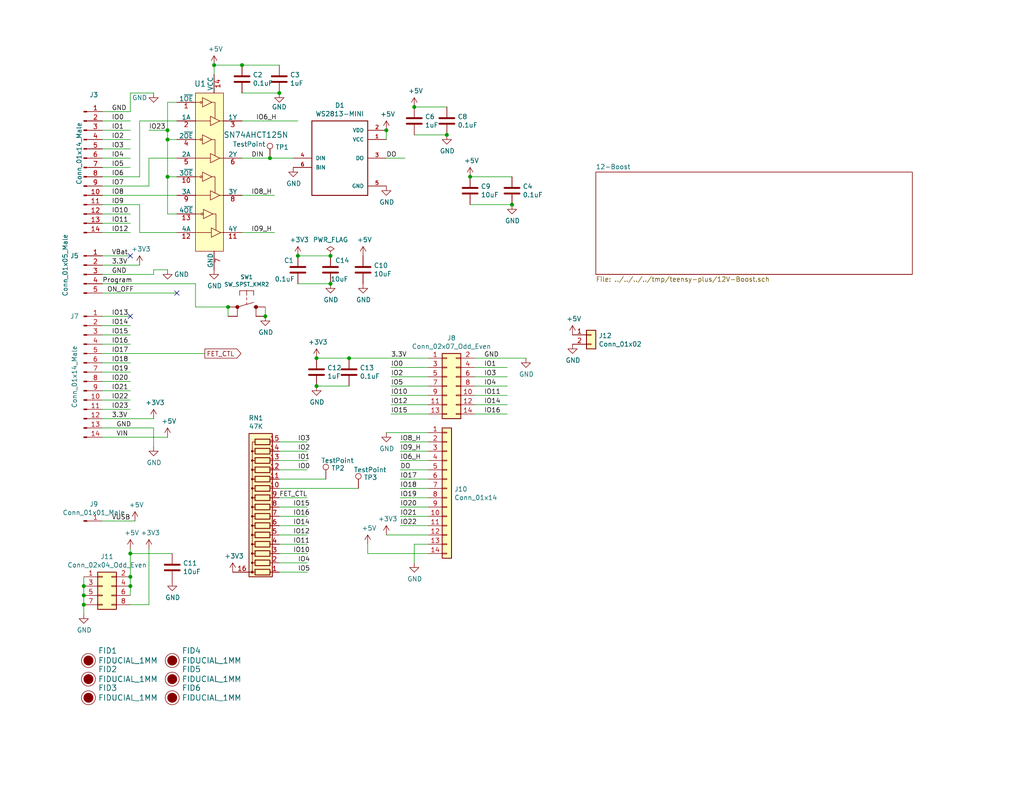
<source format=kicad_sch>
(kicad_sch (version 20230121) (generator eeschema)
  (paper "USLetter")
  (title_block (title "Neo Teensy") (date "2019-12-31") (rev "3.3") (comment 1 "Copyright (C) 2019 Aaron Williams") (comment 2 "aaron.w2@gmail.com"))
  (lib_symbols
    (symbol "Connector:TestPoint" (pin_numbers hide) (pin_names (offset 0.762) hide)
      (property "Reference" "TP" (at 0 6.858 0))
      (property "Value" "TestPoint" (at 0 5.08 0))
      (symbol "TestPoint_1_1"
        (pin passive line (at 0 0 90) (length 2.54) (name "1") (number "1"))
      )
    )
    (symbol "Connector_Generic:Conn_01x02" (pin_names (offset 1.016) hide)
      (property "Reference" "J" (at 0 2.54 0))
      (property "Value" "Conn_01x02" (at 0 -5.08 0))
      (symbol "Conn_01x02_1_1"
        (pin passive line (at -5.08 0 0) (length 3.81) (name "Pin_1") (number "1"))
        (pin passive line (at -5.08 -2.54 0) (length 3.81) (name "Pin_2") (number "2"))
      )
    )
    (symbol "Connector_Generic:Conn_01x14" (pin_names (offset 1.016) hide)
      (property "Reference" "J" (at 0 17.78 0))
      (property "Value" "Conn_01x14" (at 0 -20.32 0))
      (symbol "Conn_01x14_1_1"
        (pin passive line (at -5.08 15.24 0) (length 3.81) (name "Pin_1") (number "1"))
        (pin passive line (at -5.08 -7.62 0) (length 3.81) (name "Pin_10") (number "10"))
        (pin passive line (at -5.08 -10.16 0) (length 3.81) (name "Pin_11") (number "11"))
        (pin passive line (at -5.08 -12.7 0) (length 3.81) (name "Pin_12") (number "12"))
        (pin passive line (at -5.08 -15.24 0) (length 3.81) (name "Pin_13") (number "13"))
        (pin passive line (at -5.08 -17.78 0) (length 3.81) (name "Pin_14") (number "14"))
        (pin passive line (at -5.08 12.7 0) (length 3.81) (name "Pin_2") (number "2"))
        (pin passive line (at -5.08 10.16 0) (length 3.81) (name "Pin_3") (number "3"))
        (pin passive line (at -5.08 7.62 0) (length 3.81) (name "Pin_4") (number "4"))
        (pin passive line (at -5.08 5.08 0) (length 3.81) (name "Pin_5") (number "5"))
        (pin passive line (at -5.08 2.54 0) (length 3.81) (name "Pin_6") (number "6"))
        (pin passive line (at -5.08 0 0) (length 3.81) (name "Pin_7") (number "7"))
        (pin passive line (at -5.08 -2.54 0) (length 3.81) (name "Pin_8") (number "8"))
        (pin passive line (at -5.08 -5.08 0) (length 3.81) (name "Pin_9") (number "9"))
      )
    )
    (symbol "Connector_Generic:Conn_02x04_Odd_Even" (pin_names (offset 1.016) hide)
      (property "Reference" "J" (at 1.27 5.08 0))
      (property "Value" "Conn_02x04_Odd_Even" (at 1.27 -7.62 0))
      (symbol "Conn_02x04_Odd_Even_1_1"
        (pin passive line (at -5.08 2.54 0) (length 3.81) (name "Pin_1") (number "1"))
        (pin passive line (at 7.62 2.54 180) (length 3.81) (name "Pin_2") (number "2"))
        (pin passive line (at -5.08 0 0) (length 3.81) (name "Pin_3") (number "3"))
        (pin passive line (at 7.62 0 180) (length 3.81) (name "Pin_4") (number "4"))
        (pin passive line (at -5.08 -2.54 0) (length 3.81) (name "Pin_5") (number "5"))
        (pin passive line (at 7.62 -2.54 180) (length 3.81) (name "Pin_6") (number "6"))
        (pin passive line (at -5.08 -5.08 0) (length 3.81) (name "Pin_7") (number "7"))
        (pin passive line (at 7.62 -5.08 180) (length 3.81) (name "Pin_8") (number "8"))
      )
    )
    (symbol "Connector_Generic:Conn_02x07_Odd_Even" (pin_names (offset 1.016) hide)
      (property "Reference" "J" (at 1.27 10.16 0))
      (property "Value" "Conn_02x07_Odd_Even" (at 1.27 -10.16 0))
      (symbol "Conn_02x07_Odd_Even_1_1"
        (pin passive line (at -5.08 7.62 0) (length 3.81) (name "Pin_1") (number "1"))
        (pin passive line (at 7.62 -2.54 180) (length 3.81) (name "Pin_10") (number "10"))
        (pin passive line (at -5.08 -5.08 0) (length 3.81) (name "Pin_11") (number "11"))
        (pin passive line (at 7.62 -5.08 180) (length 3.81) (name "Pin_12") (number "12"))
        (pin passive line (at -5.08 -7.62 0) (length 3.81) (name "Pin_13") (number "13"))
        (pin passive line (at 7.62 -7.62 180) (length 3.81) (name "Pin_14") (number "14"))
        (pin passive line (at 7.62 7.62 180) (length 3.81) (name "Pin_2") (number "2"))
        (pin passive line (at -5.08 5.08 0) (length 3.81) (name "Pin_3") (number "3"))
        (pin passive line (at 7.62 5.08 180) (length 3.81) (name "Pin_4") (number "4"))
        (pin passive line (at -5.08 2.54 0) (length 3.81) (name "Pin_5") (number "5"))
        (pin passive line (at 7.62 2.54 180) (length 3.81) (name "Pin_6") (number "6"))
        (pin passive line (at -5.08 0 0) (length 3.81) (name "Pin_7") (number "7"))
        (pin passive line (at 7.62 0 180) (length 3.81) (name "Pin_8") (number "8"))
        (pin passive line (at -5.08 -2.54 0) (length 3.81) (name "Pin_9") (number "9"))
      )
    )
    (symbol "Device:C" (pin_numbers hide) (pin_names (offset 0.254))
      (property "Reference" "C" (at 0.635 2.54 0))
      (property "Value" "C" (at 0.635 -2.54 0))
      (symbol "C_1_1"
        (pin passive line (at 0 3.81 270) (length 2.794) (name "~") (number "1"))
        (pin passive line (at 0 -3.81 90) (length 2.794) (name "~") (number "2"))
      )
    )
    (symbol "neo-teensy-rescue:Conn_01x01_Male-Connector" (pin_names (offset 1.016) hide)
      (property "Reference" "J" (at 0 2.54 0))
      (property "Value" "Connector_Conn_01x01_Male" (at 0 -2.54 0))
      (symbol "Conn_01x01_Male-Connector_1_1"
        (pin passive line (at 5.08 0 180) (length 3.81) (name "Pin_1") (number "1"))
      )
    )
    (symbol "neo-teensy-rescue:Conn_01x05_Male-Connector" (pin_names (offset 1.016) hide)
      (property "Reference" "J" (at 0 7.62 0))
      (property "Value" "Connector_Conn_01x05_Male" (at 0 -7.62 0))
      (symbol "Conn_01x05_Male-Connector_1_1"
        (pin passive line (at 5.08 5.08 180) (length 3.81) (name "Pin_1") (number "1"))
        (pin passive line (at 5.08 2.54 180) (length 3.81) (name "Pin_2") (number "2"))
        (pin passive line (at 5.08 0 180) (length 3.81) (name "Pin_3") (number "3"))
        (pin passive line (at 5.08 -2.54 180) (length 3.81) (name "Pin_4") (number "4"))
        (pin passive line (at 5.08 -5.08 180) (length 3.81) (name "Pin_5") (number "5"))
      )
    )
    (symbol "neo-teensy-rescue:Conn_01x14_Male-Connector" (pin_names (offset 1.016) hide)
      (property "Reference" "J" (at 0 17.78 0))
      (property "Value" "Connector_Conn_01x14_Male" (at 0 -20.32 0))
      (symbol "Conn_01x14_Male-Connector_1_1"
        (pin passive line (at 5.08 15.24 180) (length 3.81) (name "Pin_1") (number "1"))
        (pin passive line (at 5.08 -7.62 180) (length 3.81) (name "Pin_10") (number "10"))
        (pin passive line (at 5.08 -10.16 180) (length 3.81) (name "Pin_11") (number "11"))
        (pin passive line (at 5.08 -12.7 180) (length 3.81) (name "Pin_12") (number "12"))
        (pin passive line (at 5.08 -15.24 180) (length 3.81) (name "Pin_13") (number "13"))
        (pin passive line (at 5.08 -17.78 180) (length 3.81) (name "Pin_14") (number "14"))
        (pin passive line (at 5.08 12.7 180) (length 3.81) (name "Pin_2") (number "2"))
        (pin passive line (at 5.08 10.16 180) (length 3.81) (name "Pin_3") (number "3"))
        (pin passive line (at 5.08 7.62 180) (length 3.81) (name "Pin_4") (number "4"))
        (pin passive line (at 5.08 5.08 180) (length 3.81) (name "Pin_5") (number "5"))
        (pin passive line (at 5.08 2.54 180) (length 3.81) (name "Pin_6") (number "6"))
        (pin passive line (at 5.08 0 180) (length 3.81) (name "Pin_7") (number "7"))
        (pin passive line (at 5.08 -2.54 180) (length 3.81) (name "Pin_8") (number "8"))
        (pin passive line (at 5.08 -5.08 180) (length 3.81) (name "Pin_9") (number "9"))
      )
    )
    (symbol "neo-teensy-rescue:FIDUCIAL_1MM-fiducial" (pin_names (offset 1.016))
      (property "Reference" "FID" (at 0 3.175 0))
      (property "Value" "fiducial_FIDUCIAL_1MM" (at 0 -3.175 0))
    )
    (symbol "neo-teensy-rescue:R_Network15-Aaron" (pin_names (offset 0) hide)
      (property "Reference" "RN" (at -17.78 0 90))
      (property "Value" "Aaron_R_Network15" (at 20.828 0 90))
      (symbol "R_Network15-Aaron_1_1"
        (pin passive line (at -17.78 -5.08 90) (length 2.54) (name "1") (number "1"))
        (pin passive line (at 5.08 -5.08 90) (length 2.54) (name "R9") (number "10"))
        (pin passive line (at 7.62 -5.08 90) (length 2.54) (name "R10") (number "11"))
        (pin passive line (at 10.16 -5.08 90) (length 2.54) (name "R11") (number "12"))
        (pin passive line (at 12.7 -5.08 90) (length 2.54) (name "R12") (number "13"))
        (pin passive line (at 15.24 -5.08 90) (length 2.54) (name "R13") (number "14"))
        (pin passive line (at 17.78 -5.08 90) (length 2.54) (name "15") (number "15"))
        (pin passive line (at -17.78 7.62 270) (length 5.08) (name "common") (number "16"))
        (pin passive line (at -15.24 -5.08 90) (length 2.54) (name "R1") (number "2"))
        (pin passive line (at -12.7 -5.08 90) (length 2.54) (name "R2") (number "3"))
        (pin passive line (at -10.16 -5.08 90) (length 2.54) (name "R3") (number "4"))
        (pin passive line (at -7.62 -5.08 90) (length 2.54) (name "R4") (number "5"))
        (pin passive line (at -5.08 -5.08 90) (length 2.54) (name "R5") (number "6"))
        (pin passive line (at -2.54 -5.08 90) (length 2.54) (name "R6") (number "7"))
        (pin passive line (at 0 -5.08 90) (length 2.54) (name "R7") (number "8"))
        (pin passive line (at 2.54 -5.08 90) (length 2.54) (name "R8") (number "9"))
      )
    )
    (symbol "neo-teensy-rescue:SN74AHCT125N-dk_Logic-Buffers-Drivers-Receivers-Transceivers" (pin_names (offset 0))
      (property "Reference" "U" (at -2.54 13.97 0))
      (property "Value" "dk_Logic-Buffers-Drivers-Receivers-Transceivers_SN74AHCT125N" (at 1.905 -31.75 0))
      (symbol "SN74AHCT125N-dk_Logic-Buffers-Drivers-Receivers-Transceivers_1_1"
        (pin input line (at -10.16 10.16 0) (length 5.08) (name "1~{OE}") (number "1"))
        (pin input line (at -10.16 -10.16 0) (length 5.08) (name "3~{OE}") (number "10"))
        (pin output line (at 7.62 -25.4 180) (length 5.08) (name "4Y") (number "11"))
        (pin input line (at -10.16 -25.4 0) (length 5.08) (name "4A") (number "12"))
        (pin input line (at -10.16 -20.32 0) (length 5.08) (name "4~{OE}") (number "13"))
        (pin power_in line (at 0 17.78 270) (length 5.08) (name "VCC") (number "14"))
        (pin input line (at -10.16 5.08 0) (length 5.08) (name "1A") (number "2"))
        (pin output line (at 7.62 5.08 180) (length 5.08) (name "1Y") (number "3"))
        (pin input line (at -10.16 0 0) (length 5.08) (name "2~{OE}") (number "4"))
        (pin input line (at -10.16 -5.08 0) (length 5.08) (name "2A") (number "5"))
        (pin output line (at 7.62 -5.08 180) (length 5.08) (name "2Y") (number "6"))
        (pin power_in line (at 0 -35.56 90) (length 5.08) (name "GND") (number "7"))
        (pin output line (at 7.62 -15.24 180) (length 5.08) (name "3Y") (number "8"))
        (pin input line (at -10.16 -15.24 0) (length 5.08) (name "3A") (number "9"))
      )
    )
    (symbol "neo-teensy-rescue:SW_SPST_KMR2-switch_tact_smt" (pin_names (offset 1.016))
      (property "Reference" "SW" (at -2.54 6.35 0))
      (property "Value" "switch_tact_smt_SW_SPST_KMR2" (at -5.08 -5.08 0))
      (symbol "SW_SPST_KMR2-switch_tact_smt_1_0"
        (pin passive line (at -5.08 0 0) (length 2.54) (name "P") (number "1"))
        (pin passive line (at -5.08 -2.54 0) (length 2.54) (name "P1") (number "1"))
        (pin passive line (at 5.08 0 180) (length 2.54) (name "S") (number "2"))
        (pin passive line (at 5.08 -2.54 180) (length 2.54) (name "S1") (number "2"))
      )
    )
    (symbol "neo-teensy-rescue:WS2813-MINI-WS2813-mini" (pin_names (offset 1.016))
      (property "Reference" "D" (at -7.62 10.795 0))
      (property "Value" "WS2813-mini_WS2813-MINI" (at -7.62 -12.7 0))
      (symbol "WS2813-MINI-WS2813-mini_0_0"
        (pin power_in line (at 12.7 5.08 180) (length 5.08) (name "VCC") (number "1"))
        (pin power_in line (at 12.7 7.62 180) (length 5.08) (name "VDD") (number "2"))
        (pin output line (at 12.7 0 180) (length 5.08) (name "DO") (number "3"))
        (pin input line (at -12.7 0 0) (length 5.08) (name "DIN") (number "4"))
        (pin power_in line (at 12.7 -7.62 180) (length 5.08) (name "GND") (number "5"))
        (pin input line (at -12.7 -2.54 0) (length 5.08) (name "BIN") (number "6"))
      )
    )
    (symbol "power:+3V3" (power) (pin_names (offset 0))
      (property "Value" "+3V3" (at 0 3.556 0))
      (symbol "+3V3_1_1"
        (pin power_in line (at 0 0 90) (length 0) hide (name "+3V3") (number "1"))
      )
    )
    (symbol "power:+5V" (power) (pin_names (offset 0))
      (property "Value" "+5V" (at 0 3.556 0))
      (symbol "+5V_1_1"
        (pin power_in line (at 0 0 90) (length 0) hide (name "+5V") (number "1"))
      )
    )
    (symbol "power:GND" (power) (pin_names (offset 0))
      (property "Value" "GND" (at 0 -3.81 0))
      (symbol "GND_1_1"
        (pin power_in line (at 0 0 270) (length 0) hide (name "GND") (number "1"))
      )
    )
    (symbol "power:PWR_FLAG" (power) (pin_numbers hide) (pin_names (offset 0) hide)
      (property "Value" "PWR_FLAG" (at 0 3.81 0))
      (symbol "PWR_FLAG_0_0"
        (pin power_out line (at 0 0 90) (length 0) (name "pwr") (number "1"))
      )
    )
  )
  (junction (at 22.86 160.02))
  (junction (at 72.39 86.36))
  (junction (at 66.04 17.78))
  (junction (at 76.2 25.4))
  (junction (at 45.72 38.1))
  (junction (at 86.36 97.79))
  (junction (at 95.25 97.79))
  (junction (at 90.17 77.47))
  (junction (at 35.56 151.13))
  (junction (at 121.92 36.83))
  (junction (at 86.36 105.41))
  (junction (at 73.66 43.18))
  (junction (at 58.42 17.78))
  (junction (at 35.56 160.02))
  (junction (at 45.72 48.26))
  (junction (at 35.56 157.48))
  (junction (at 128.27 48.26))
  (junction (at 113.03 29.21))
  (junction (at 45.72 35.56))
  (junction (at 22.86 165.1))
  (junction (at 139.7 55.88))
  (junction (at 105.41 35.56))
  (junction (at 90.17 69.85))
  (junction (at 22.86 162.56))
  (junction (at 81.28 69.85))
  (junction (at 62.23 83.82))
  (no_connect (at 35.56 69.85))
  (no_connect (at 48.26 80.01))
  (no_connect (at 35.56 86.36))
  (wire (pts (xy 27.94 86.36) (xy 35.56 86.36)))
  (wire (pts (xy 109.22 120.65) (xy 116.84 120.65)))
  (wire (pts (xy 76.2 151.13) (xy 83.82 151.13)))
  (wire (pts (xy 27.94 63.5) (xy 35.56 63.5)))
  (wire (pts (xy 27.94 48.26) (xy 38.1 48.26)))
  (wire (pts (xy 58.42 20.32) (xy 58.42 17.78)))
  (wire (pts (xy 27.94 69.85) (xy 35.56 69.85)))
  (wire (pts (xy 95.25 97.79) (xy 116.84 97.79)))
  (wire (pts (xy 143.51 97.79) (xy 129.54 97.79)))
  (wire (pts (xy 105.41 43.18) (xy 110.49 43.18)))
  (wire (pts (xy 35.56 149.86) (xy 35.56 151.13)))
  (wire (pts (xy 40.64 149.86) (xy 40.64 165.1)))
  (wire (pts (xy 116.84 105.41) (xy 106.68 105.41)))
  (wire (pts (xy 86.36 105.41) (xy 95.25 105.41)))
  (wire (pts (xy 76.2 140.97) (xy 83.82 140.97)))
  (wire (pts (xy 27.94 88.9) (xy 35.56 88.9)))
  (wire (pts (xy 109.22 128.27) (xy 116.84 128.27)))
  (wire (pts (xy 76.2 148.59) (xy 83.82 148.59)))
  (wire (pts (xy 116.84 135.89) (xy 109.22 135.89)))
  (wire (pts (xy 27.94 80.01) (xy 48.26 80.01)))
  (wire (pts (xy 35.56 162.56) (xy 35.56 160.02)))
  (wire (pts (xy 129.54 107.95) (xy 138.43 107.95)))
  (wire (pts (xy 116.84 100.33) (xy 106.68 100.33)))
  (wire (pts (xy 66.04 33.02) (xy 81.28 33.02)))
  (wire (pts (xy 81.28 69.85) (xy 90.17 69.85)))
  (wire (pts (xy 27.94 33.02) (xy 35.56 33.02)))
  (wire (pts (xy 116.84 110.49) (xy 106.68 110.49)))
  (wire (pts (xy 27.94 99.06) (xy 35.56 99.06)))
  (wire (pts (xy 73.66 43.18) (xy 80.01 43.18)))
  (wire (pts (xy 116.84 107.95) (xy 106.68 107.95)))
  (wire (pts (xy 27.94 55.88) (xy 38.1 55.88)))
  (wire (pts (xy 27.94 106.68) (xy 35.56 106.68)))
  (wire (pts (xy 41.91 25.4) (xy 35.56 25.4)))
  (wire (pts (xy 58.42 17.78) (xy 66.04 17.78)))
  (wire (pts (xy 45.72 35.56) (xy 45.72 38.1)))
  (wire (pts (xy 27.94 30.48) (xy 35.56 30.48)))
  (wire (pts (xy 48.26 27.94) (xy 45.72 27.94)))
  (wire (pts (xy 27.94 35.56) (xy 35.56 35.56)))
  (wire (pts (xy 76.2 143.51) (xy 83.82 143.51)))
  (wire (pts (xy 116.84 113.03) (xy 106.68 113.03)))
  (wire (pts (xy 27.94 58.42) (xy 35.56 58.42)))
  (wire (pts (xy 105.41 146.05) (xy 116.84 146.05)))
  (wire (pts (xy 76.2 25.4) (xy 66.04 25.4)))
  (wire (pts (xy 109.22 133.35) (xy 116.84 133.35)))
  (wire (pts (xy 109.22 138.43) (xy 116.84 138.43)))
  (wire (pts (xy 139.7 55.88) (xy 128.27 55.88)))
  (wire (pts (xy 35.56 25.4) (xy 35.56 30.48)))
  (wire (pts (xy 113.03 153.67) (xy 113.03 148.59)))
  (wire (pts (xy 35.56 151.13) (xy 35.56 157.48)))
  (wire (pts (xy 45.72 27.94) (xy 45.72 35.56)))
  (wire (pts (xy 27.94 38.1) (xy 35.56 38.1)))
  (wire (pts (xy 109.22 130.81) (xy 116.84 130.81)))
  (wire (pts (xy 116.84 143.51) (xy 109.22 143.51)))
  (wire (pts (xy 121.92 36.83) (xy 113.03 36.83)))
  (wire (pts (xy 27.94 142.24) (xy 36.83 142.24)))
  (wire (pts (xy 66.04 63.5) (xy 74.93 63.5)))
  (wire (pts (xy 116.84 140.97) (xy 109.22 140.97)))
  (wire (pts (xy 48.26 48.26) (xy 45.72 48.26)))
  (wire (pts (xy 27.94 77.47) (xy 53.34 77.47)))
  (wire (pts (xy 66.04 53.34) (xy 74.93 53.34)))
  (wire (pts (xy 48.26 33.02) (xy 38.1 33.02)))
  (wire (pts (xy 27.94 111.76) (xy 35.56 111.76)))
  (wire (pts (xy 27.94 53.34) (xy 48.26 53.34)))
  (wire (pts (xy 116.84 151.13) (xy 100.33 151.13)))
  (wire (pts (xy 76.2 138.43) (xy 83.82 138.43)))
  (wire (pts (xy 27.94 72.39) (xy 38.1 72.39)))
  (wire (pts (xy 40.64 165.1) (xy 35.56 165.1)))
  (wire (pts (xy 27.94 114.3) (xy 41.91 114.3)))
  (wire (pts (xy 27.94 96.52) (xy 55.88 96.52)))
  (wire (pts (xy 113.03 148.59) (xy 116.84 148.59)))
  (wire (pts (xy 27.94 101.6) (xy 35.56 101.6)))
  (wire (pts (xy 22.86 160.02) (xy 22.86 162.56)))
  (wire (pts (xy 48.26 38.1) (xy 45.72 38.1)))
  (wire (pts (xy 40.64 43.18) (xy 40.64 50.8)))
  (wire (pts (xy 58.42 22.86) (xy 58.42 25.4)))
  (wire (pts (xy 100.33 151.13) (xy 100.33 148.59)))
  (wire (pts (xy 76.2 146.05) (xy 83.82 146.05)))
  (wire (pts (xy 53.34 83.82) (xy 62.23 83.82)))
  (wire (pts (xy 38.1 55.88) (xy 38.1 63.5)))
  (wire (pts (xy 45.72 38.1) (xy 45.72 48.26)))
  (wire (pts (xy 40.64 43.18) (xy 48.26 43.18)))
  (wire (pts (xy 129.54 110.49) (xy 138.43 110.49)))
  (wire (pts (xy 38.1 33.02) (xy 38.1 48.26)))
  (wire (pts (xy 66.04 17.78) (xy 76.2 17.78)))
  (wire (pts (xy 27.94 119.38) (xy 45.72 119.38)))
  (wire (pts (xy 81.28 77.47) (xy 90.17 77.47)))
  (wire (pts (xy 22.86 165.1) (xy 22.86 167.64)))
  (wire (pts (xy 27.94 45.72) (xy 35.56 45.72)))
  (wire (pts (xy 48.26 58.42) (xy 45.72 58.42)))
  (wire (pts (xy 128.27 48.26) (xy 139.7 48.26)))
  (wire (pts (xy 129.54 105.41) (xy 138.43 105.41)))
  (wire (pts (xy 76.2 120.65) (xy 83.82 120.65)))
  (wire (pts (xy 27.94 91.44) (xy 35.56 91.44)))
  (wire (pts (xy 27.94 104.14) (xy 35.56 104.14)))
  (wire (pts (xy 76.2 153.67) (xy 83.82 153.67)))
  (wire (pts (xy 38.1 63.5) (xy 48.26 63.5)))
  (wire (pts (xy 109.22 125.73) (xy 116.84 125.73)))
  (wire (pts (xy 116.84 102.87) (xy 106.68 102.87)))
  (wire (pts (xy 27.94 116.84) (xy 41.91 116.84)))
  (wire (pts (xy 22.86 162.56) (xy 22.86 165.1)))
  (wire (pts (xy 45.72 48.26) (xy 45.72 58.42)))
  (wire (pts (xy 62.23 83.82) (xy 62.23 86.36)))
  (wire (pts (xy 76.2 156.21) (xy 83.82 156.21)))
  (wire (pts (xy 76.2 133.35) (xy 97.79 133.35)))
  (wire (pts (xy 76.2 128.27) (xy 83.82 128.27)))
  (wire (pts (xy 41.91 73.66) (xy 41.91 74.93)))
  (wire (pts (xy 129.54 100.33) (xy 138.43 100.33)))
  (wire (pts (xy 76.2 130.81) (xy 88.9 130.81)))
  (wire (pts (xy 27.94 43.18) (xy 35.56 43.18)))
  (wire (pts (xy 129.54 102.87) (xy 138.43 102.87)))
  (wire (pts (xy 105.41 118.11) (xy 116.84 118.11)))
  (wire (pts (xy 27.94 40.64) (xy 35.56 40.64)))
  (wire (pts (xy 53.34 77.47) (xy 53.34 83.82)))
  (wire (pts (xy 45.72 73.66) (xy 41.91 73.66)))
  (wire (pts (xy 27.94 60.96) (xy 35.56 60.96)))
  (wire (pts (xy 45.72 35.56) (xy 40.64 35.56)))
  (wire (pts (xy 46.99 151.13) (xy 35.56 151.13)))
  (wire (pts (xy 76.2 135.89) (xy 83.82 135.89)))
  (wire (pts (xy 35.56 160.02) (xy 35.56 157.48)))
  (wire (pts (xy 109.22 123.19) (xy 116.84 123.19)))
  (wire (pts (xy 22.86 157.48) (xy 22.86 160.02)))
  (wire (pts (xy 76.2 123.19) (xy 83.82 123.19)))
  (wire (pts (xy 129.54 113.03) (xy 138.43 113.03)))
  (wire (pts (xy 113.03 29.21) (xy 121.92 29.21)))
  (wire (pts (xy 105.41 38.1) (xy 105.41 35.56)))
  (wire (pts (xy 86.36 97.79) (xy 95.25 97.79)))
  (wire (pts (xy 27.94 93.98) (xy 35.56 93.98)))
  (wire (pts (xy 66.04 43.18) (xy 73.66 43.18)))
  (wire (pts (xy 27.94 50.8) (xy 40.64 50.8)))
  (wire (pts (xy 76.2 125.73) (xy 83.82 125.73)))
  (wire (pts (xy 72.39 86.36) (xy 72.39 83.82)))
  (wire (pts (xy 41.91 121.92) (xy 41.91 116.84)))
  (wire (pts (xy 27.94 109.22) (xy 35.56 109.22)))
  (wire (pts (xy 27.94 74.93) (xy 41.91 74.93)))
  (label "IO22" (at 109.22 143.51 0))
  (label "IO21" (at 30.48 106.68 0))
  (label "IO13" (at 30.48 86.36 0))
  (label "IO1" (at 81.28 125.73 0))
  (label "IO23" (at 30.48 111.76 0))
  (label "IO0" (at 30.48 33.02 0))
  (label "IO5" (at 106.68 105.41 0))
  (label "IO16" (at 30.48 93.98 0))
  (label "IO20" (at 109.22 138.43 0))
  (label "IO6" (at 30.48 48.26 0))
  (label "IO1" (at 132.08 100.33 0))
  (label "VIN" (at 31.75 119.38 0))
  (label "IO21" (at 109.22 140.97 0))
  (label "IO11" (at 30.48 60.96 0))
  (label "IO14" (at 132.08 110.49 0))
  (label "VBat" (at 30.48 69.85 0))
  (label "IO19" (at 109.22 135.89 0))
  (label "IO4" (at 81.28 153.67 0))
  (label "IO14" (at 80.01 143.51 0))
  (label "IO0" (at 106.68 100.33 0))
  (label "IO18" (at 109.22 133.35 0))
  (label "IO9_H" (at 109.22 123.19 0))
  (label "3.3V" (at 106.68 97.79 0))
  (label "IO4" (at 132.08 105.41 0))
  (label "IO23" (at 40.64 35.56 0))
  (label "IO8_H" (at 68.58 53.34 0))
  (label "IO12" (at 106.68 110.49 0))
  (label "IO16" (at 80.01 140.97 0))
  (label "GND" (at 132.08 97.79 0))
  (label "IO15" (at 30.48 91.44 0))
  (label "IO6_H" (at 109.22 125.73 0))
  (label "IO3" (at 132.08 102.87 0))
  (label "IO5" (at 81.28 156.21 0))
  (label "IO3" (at 81.28 120.65 0))
  (label "FET_CTL" (at 76.2 135.89 0))
  (label "IO1" (at 30.48 35.56 0))
  (label "IO17" (at 30.48 96.52 0))
  (label "IO2" (at 81.28 123.19 0))
  (label "3.3V" (at 30.48 114.3 0))
  (label "IO20" (at 30.48 104.14 0))
  (label "IO2" (at 106.68 102.87 0))
  (label "IO7" (at 30.48 50.8 0))
  (label "IO2" (at 30.48 38.1 0))
  (label "GND" (at 31.75 116.84 0))
  (label "IO4" (at 30.48 43.18 0))
  (label "IO0" (at 81.28 128.27 0))
  (label "IO6_H" (at 69.85 33.02 0))
  (label "IO16" (at 132.08 113.03 0))
  (label "IO10" (at 30.48 58.42 0))
  (label "IO19" (at 30.48 101.6 0))
  (label "IO12" (at 30.48 63.5 0))
  (label "GND" (at 30.48 74.93 0))
  (label "IO17" (at 109.22 130.81 0))
  (label "IO15" (at 106.68 113.03 0))
  (label "DO" (at 109.22 128.27 0))
  (label "IO22" (at 30.48 109.22 0))
  (label "GND" (at 30.48 30.48 0))
  (label "IO9_H" (at 68.58 63.5 0))
  (label "Program" (at 27.94 77.47 0))
  (label "IO12" (at 80.01 146.05 0))
  (label "IO11" (at 132.08 107.95 0))
  (label "IO14" (at 30.48 88.9 0))
  (label "3.3V" (at 30.48 72.39 0))
  (label "DO" (at 105.41 43.18 0))
  (label "IO11" (at 80.01 148.59 0))
  (label "IO5" (at 30.48 45.72 0))
  (label "DIN" (at 68.58 43.18 0))
  (label "IO18" (at 30.48 99.06 0))
  (label "IO15" (at 80.01 138.43 0))
  (label "IO3" (at 30.48 40.64 0))
  (label "ON_OFF" (at 29.21 80.01 0))
  (label "IO10" (at 106.68 107.95 0))
  (label "IO10" (at 80.01 151.13 0))
  (label "VUSB" (at 30.48 142.24 0))
  (label "IO8" (at 30.48 53.34 0))
  (label "IO8_H" (at 109.22 120.65 0))
  (label "IO9" (at 30.48 55.88 0))
  (global_label "FET_CTL" (shape output) (at 55.88 96.52 0) (property "Intersheetrefs" "${INTERSHEET_REFS}" (effects hide)))
  (symbol (lib_id "neo-teensy-rescue:FIDUCIAL_1MM-fiducial") (at 24.13 180.34 0) (unit 1)
    (property "Reference" "FID1" (at 26.7462 177.6476 0) (effects (font (size 1.524 1.524)) (justify left)))
    (property "Value" "FIDUCIAL_1MM" (at 26.7462 180.34 0) (effects (font (size 1.524 1.524)) (justify left)))
    (property "Footprint" "Fiducial:Fiducial_0.5mm_Mask1mm" (effects hide))
    (property "MFR" "-" (effects hide))
    (property "MPN" "-" (effects hide))
    (property "SPR" "-" (effects hide))
    (property "SPN" "-" (effects hide))
    (property "SPURL" "-" (effects hide))
    (property "DESC" "-" (effects hide))
  )
  (symbol (lib_id "neo-teensy-rescue:FIDUCIAL_1MM-fiducial") (at 24.13 185.42 0) (unit 1)
    (property "Reference" "FID2" (at 26.7462 182.7276 0) (effects (font (size 1.524 1.524)) (justify left)))
    (property "Value" "FIDUCIAL_1MM" (at 26.7462 185.42 0) (effects (font (size 1.524 1.524)) (justify left)))
    (property "Footprint" "Fiducial:Fiducial_0.5mm_Mask1mm" (effects hide))
    (property "MFR" "-" (effects hide))
    (property "MPN" "-" (effects hide))
    (property "SPR" "-" (effects hide))
    (property "SPN" "-" (effects hide))
    (property "SPURL" "-" (effects hide))
    (property "DESC" "-" (effects hide))
  )
  (symbol (lib_id "neo-teensy-rescue:SN74AHCT125N-dk_Logic-Buffers-Drivers-Receivers-Transceivers") (at 58.42 38.1 0) (unit 1)
    (property "Reference" "U1" (at 54.61 22.86 0) (effects (font (size 1.524 1.524))))
    (property "Value" "SN74AHCT125N" (at 69.85 36.83 0) (effects (font (size 1.524 1.524))))
    (property "Footprint" "Package_DFN_QFN:Texas_S-PVQFN-N14" (effects hide))
    (property "Datasheet" "http://www.ti.com/general/docs/suppproductinfo.tsp?distId=10&gotoUrl=http%3A%2F%2Fwww.ti.com%2Flit%2Fgpn%2Fsn74ahct125" (effects hide))
    (property "Digi-Key_PN" "296-4655-5-ND" (effects hide))
    (property "MPN" "SN74AHCT125RGYR" (effects hide))
    (property "Category" "Integrated Circuits (ICs)" (effects hide))
    (property "Family" "Logic - Buffers, Drivers, Receivers, Transceivers" (effects hide))
    (property "DK_Datasheet_Link" "http://www.ti.com/general/docs/suppproductinfo.tsp?distId=10&gotoUrl=http%3A%2F%2Fwww.ti.com%2Flit%2Fgpn%2Fsn74ahct125" (effects hide))
    (property "DK_Detail_Page" "/product-detail/en/texas-instruments/SN74AHCT125N/296-4655-5-ND/375798" (effects hide))
    (property "Description" "IC BUF NON-INVERT 5.5V 14DIP" (effects hide))
    (property "Manufacturer" "Texas Instruments" (effects hide))
    (property "Status" "Active" (effects hide))
    (property "MFR" "Texas Instruments" (effects hide))
    (property "SPR" "Digikey" (effects hide))
    (property "SPN" "296-13910-1-ND" (effects hide))
    (property "SPURL" "https://www.digikey.com/products/en?keywords=296-13910-1-ND" (effects hide))
    (property "DESC" "IC BUF NON-INVERT 5.5V 14VQFN" (effects hide))
  )
  (symbol (lib_id "power:+3V3") (at 81.28 69.85 0) (unit 1)
    (property "Reference" "#PWR0113" (effects hide))
    (property "Value" "+3V3" (at 81.661 65.4558 0))
  )
  (symbol (lib_id "power:+5V") (at 99.06 69.85 0) (unit 1)
    (property "Reference" "#PWR0114" (effects hide))
    (property "Value" "+5V" (at 99.441 65.4558 0))
  )
  (symbol (lib_id "power:PWR_FLAG") (at 90.17 69.85 0) (unit 1)
    (property "Reference" "#FLG0101" (effects hide))
    (property "Value" "PWR_FLAG" (at 90.17 65.4558 0))
  )
  (symbol (lib_id "power:GND") (at 58.42 73.66 0) (unit 1)
    (property "Reference" "#PWR0115" (effects hide))
    (property "Value" "GND" (at 58.547 78.0542 0))
  )
  (symbol (lib_id "Device:C") (at 113.03 33.02 0) (unit 1)
    (property "Reference" "C6" (at 115.951 31.8516 0) (effects (justify left)))
    (property "Value" "1uF" (at 115.951 34.163 0) (effects (justify left)))
    (property "Footprint" "Capacitor_SMD:C_0603_1608Metric" (effects hide))
    (property "Datasheet" "http://www.samsungsem.com/kr/support/product-search/mlcc/CL10B105KA8NNNC.jsp" (effects hide))
    (property "MFR" "Samsung" (effects hide))
    (property "MPN" "CL10B105KA8NNNC" (effects hide))
    (property "SPR" "Digikey" (effects hide))
    (property "SPN" "1276-1184-1-ND" (effects hide))
    (property "SPURL" "https://www.digikey.com/products/en?keywords=1276-1184-1-ND" (effects hide))
    (property "DESC" "CAP CER 1UF 25V X7R 0603" (effects hide))
  )
  (symbol (lib_id "Device:C") (at 121.92 33.02 0) (unit 1)
    (property "Reference" "C8" (at 124.841 31.8516 0) (effects (justify left)))
    (property "Value" "0.1uF" (at 124.841 34.163 0) (effects (justify left)))
    (property "Footprint" "Capacitor_SMD:C_0603_1608Metric" (effects hide))
    (property "MFR" "Samsung" (effects hide))
    (property "MPN" "CL10B104KO8WPNC" (effects hide))
    (property "SPR" "Digikey" (effects hide))
    (property "SPN" "1276-6582-1-ND" (effects hide))
    (property "SPURL" "https://www.digikey.com/products/en?keywords=1276-6582-1-ND" (effects hide))
    (property "DESC" "CAP CER 0.1UF 16V X7R 0603" (effects hide))
  )
  (symbol (lib_id "power:+5V") (at 113.03 29.21 0) (unit 1)
    (property "Reference" "#PWR0108" (effects hide))
    (property "Value" "+5V" (at 113.411 24.8158 0))
  )
  (symbol (lib_id "power:GND") (at 121.92 36.83 0) (unit 1)
    (property "Reference" "#PWR0110" (effects hide))
    (property "Value" "GND" (at 122.047 41.2242 0))
  )
  (symbol (lib_id "Device:C") (at 128.27 52.07 0) (unit 1)
    (property "Reference" "C9" (at 131.191 50.9016 0) (effects (justify left)))
    (property "Value" "10uF" (at 131.191 53.213 0) (effects (justify left)))
    (property "Footprint" "Capacitor_SMD:C_0805_2012Metric" (effects hide))
    (property "Datasheet" "https://search.murata.co.jp/Ceramy/image/img/A01X/G101/ENG/GRM21BR71A106KA73-01.pdf" (effects hide))
    (property "MFR" "Murata Electronics" (effects hide))
    (property "MPN" "GRM21BR71A106KA73K" (effects hide))
    (property "SPR" "Digikey" (effects hide))
    (property "SPN" "490-14381-1-ND" (effects hide))
    (property "SPURL" "https://www.digikey.com/products/en?keywords=490-14381-1-ND" (effects hide))
    (property "DESC" "CAP CER 10UF 10V X7R 0805" (effects hide))
  )
  (symbol (lib_id "Device:C") (at 139.7 52.07 0) (unit 1)
    (property "Reference" "C4" (at 142.621 50.9016 0) (effects (justify left)))
    (property "Value" "0.1uF" (at 142.621 53.213 0) (effects (justify left)))
    (property "Footprint" "Capacitor_SMD:C_0603_1608Metric" (effects hide))
    (property "MFR" "Samsung" (effects hide))
    (property "MPN" "CL10B104KO8WPNC" (effects hide))
    (property "SPR" "Digikey" (effects hide))
    (property "SPN" "1276-6582-1-ND" (effects hide))
    (property "SPURL" "https://www.digikey.com/products/en?keywords=1276-6582-1-ND" (effects hide))
    (property "DESC" "CAP CER 0.1UF 16V X7R 0603" (effects hide))
  )
  (symbol (lib_id "power:+5V") (at 128.27 48.26 0) (unit 1)
    (property "Reference" "#PWR0116" (effects hide))
    (property "Value" "+5V" (at 128.651 43.8658 0))
  )
  (symbol (lib_id "power:GND") (at 139.7 55.88 0) (unit 1)
    (property "Reference" "#PWR0117" (effects hide))
    (property "Value" "GND" (at 139.827 60.2742 0))
  )
  (symbol (lib_id "Device:C") (at 81.28 73.66 0) (unit 1)
    (property "Reference" "C1" (at 77.47 71.12 0) (effects (justify left)))
    (property "Value" "0.1uF" (at 74.93 76.2 0) (effects (justify left)))
    (property "Footprint" "Capacitor_SMD:C_0603_1608Metric" (effects hide))
    (property "MFR" "Samsung" (effects hide))
    (property "MPN" "CL10B104KO8WPNC" (effects hide))
    (property "SPR" "Digikey" (effects hide))
    (property "SPN" "1276-6582-1-ND" (effects hide))
    (property "SPURL" "https://www.digikey.com/products/en?keywords=1276-6582-1-ND" (effects hide))
    (property "DESC" "CAP CER 0.1UF 16V X7R 0603" (effects hide))
  )
  (symbol (lib_id "Device:C") (at 46.99 154.94 0) (unit 1)
    (property "Reference" "C11" (at 49.911 153.7716 0) (effects (justify left)))
    (property "Value" "10uF" (at 49.911 156.083 0) (effects (justify left)))
    (property "Footprint" "Capacitor_SMD:C_0805_2012Metric" (effects hide))
    (property "Datasheet" "https://search.murata.co.jp/Ceramy/image/img/A01X/G101/ENG/GRM21BR71A106KA73-01.pdf" (effects hide))
    (property "MFR" "Murata Electronics" (effects hide))
    (property "MPN" "GRM21BR71A106KA73K" (effects hide))
    (property "SPR" "Digikey" (effects hide))
    (property "SPN" "490-14381-1-ND" (effects hide))
    (property "SPURL" "https://www.digikey.com/products/en?keywords=490-14381-1-ND" (effects hide))
    (property "DESC" "CAP CER 10UF 10V X7R 0805" (effects hide))
  )
  (symbol (lib_id "power:GND") (at 99.06 77.47 0) (unit 1)
    (property "Reference" "#PWR0118" (effects hide))
    (property "Value" "GND" (at 99.187 81.8642 0))
  )
  (symbol (lib_id "power:GND") (at 46.99 158.75 0) (unit 1)
    (property "Reference" "#PWR0119" (effects hide))
    (property "Value" "GND" (at 47.117 163.1442 0))
  )
  (symbol (lib_id "Device:C") (at 99.06 73.66 0) (unit 1)
    (property "Reference" "C10" (at 101.981 72.4916 0) (effects (justify left)))
    (property "Value" "10uF" (at 101.981 74.803 0) (effects (justify left)))
    (property "Footprint" "Capacitor_SMD:C_0805_2012Metric" (effects hide))
    (property "Datasheet" "https://search.murata.co.jp/Ceramy/image/img/A01X/G101/ENG/GRM21BR71A106KA73-01.pdf" (effects hide))
    (property "MFR" "Murata Electronics" (effects hide))
    (property "MPN" "GRM21BR71A106KA73K" (effects hide))
    (property "SPR" "Digikey" (effects hide))
    (property "SPN" "490-14381-1-ND" (effects hide))
    (property "SPURL" "https://www.digikey.com/products/en?keywords=490-14381-1-ND" (effects hide))
    (property "DESC" "CAP CER 10UF 10V X7R 0805" (effects hide))
  )
  (symbol (lib_id "Device:C") (at 90.17 73.66 0) (unit 1)
    (property "Reference" "C14" (at 91.44 71.12 0) (effects (justify left)))
    (property "Value" "10uF" (at 90.17 76.2 0) (effects (justify left)))
    (property "Footprint" "Capacitor_SMD:C_0805_2012Metric" (effects hide))
    (property "Datasheet" "https://search.murata.co.jp/Ceramy/image/img/A01X/G101/ENG/GRM21BR71A106KA73-01.pdf" (effects hide))
    (property "MFR" "Murata Electronics" (effects hide))
    (property "MPN" "GRM21BR71A106KA73K" (effects hide))
    (property "SPR" "Digikey" (effects hide))
    (property "SPN" "490-14381-1-ND" (effects hide))
    (property "SPURL" "https://www.digikey.com/products/en?keywords=490-14381-1-ND" (effects hide))
    (property "DESC" "CAP CER 10UF 10V X7R 0805" (effects hide))
  )
  (symbol (lib_id "power:GND") (at 90.17 77.47 0) (unit 1)
    (property "Reference" "#PWR0109" (effects hide))
    (property "Value" "GND" (at 90.297 81.8642 0))
  )
  (symbol (lib_id "power:GND") (at 105.41 118.11 0) (unit 1)
    (property "Reference" "#PWR0121" (effects hide))
    (property "Value" "GND" (at 105.537 122.5042 0))
  )
  (symbol (lib_id "Connector:TestPoint") (at 73.66 43.18 0) (unit 1)
    (property "Reference" "TP1" (at 75.1332 40.1828 0) (effects (justify left)))
    (property "Value" "TestPoint" (at 63.5 39.37 0) (effects (justify left)))
    (property "Footprint" "TestPoint:TestPoint_Pad_D1.0mm" (effects hide))
  )
  (symbol (lib_id "power:+3V3") (at 63.5 156.21 0) (unit 1)
    (property "Reference" "#PWR0120" (effects hide))
    (property "Value" "+3V3" (at 63.881 151.8158 0))
  )
  (symbol (lib_id "neo-teensy-rescue:R_Network15-Aaron") (at 71.12 138.43 90) (unit 1)
    (property "Reference" "RN1" (at 69.85 114.1222 90))
    (property "Value" "47K" (at 69.85 116.4336 90))
    (property "Footprint" "Resistor_SMD:R_Array_Convex_8x0602" (effects hide))
    (property "Datasheet" "https://industrial.panasonic.com/cdbs/www-data/pdf/AOC0000/AOC0000C12.pdf" (effects hide))
    (property "MFR" "Panasonic" (effects hide))
    (property "MPN" "EXB-Q16P473J" (effects hide))
    (property "SPR" "Digikey" (effects hide))
    (property "SPN" "U6473CT-ND" (effects hide))
    (property "SPURL" "https://www.digikey.com/product-detail/en/panasonic-electronic-components/EXB-Q16P473J/U6473CT-ND/672854" (effects hide))
    (property "DESC" "RES ARRAY 15 RES 47K OHM 1506" (effects hide))
  )
  (symbol (lib_id "neo-teensy-rescue:Conn_01x05_Male-Connector") (at 22.86 74.93 0) (unit 1)
    (property "Reference" "J5" (at 20.32 69.85 0))
    (property "Value" "Conn_01x05_Male" (at 17.78 72.39 90))
    (property "Footprint" "Connector_PinHeader_2.54mm:PinHeader_1x05_P2.54mm_Vertical" (effects hide))
    (property "MFR" "-" (effects hide))
    (property "MPN" "-" (effects hide))
    (property "SPR" "-" (effects hide))
    (property "SPN" "-" (effects hide))
    (property "SPURL" "-" (effects hide))
    (property "DESC" "-" (effects hide))
  )
  (symbol (lib_id "neo-teensy-rescue:Conn_01x01_Male-Connector") (at 22.86 142.24 0) (unit 1)
    (property "Reference" "J9" (at 25.6032 137.6426 0))
    (property "Value" "Conn_01x01_Male" (at 25.6032 139.954 0))
    (property "Footprint" "Connector_PinHeader_2.54mm:PinHeader_1x01_P2.54mm_Vertical" (effects hide))
    (property "MFR" "-" (effects hide))
    (property "MPN" "-" (effects hide))
    (property "SPR" "-" (effects hide))
    (property "SPN" "-" (effects hide))
    (property "SPURL" "-" (effects hide))
    (property "DESC" "-" (effects hide))
  )
  (symbol (lib_id "neo-teensy-rescue:Conn_01x14_Male-Connector") (at 22.86 45.72 0) (unit 1)
    (property "Reference" "J3" (at 25.6032 25.8826 0))
    (property "Value" "Conn_01x14_Male" (at 21.59 41.91 90))
    (property "Footprint" "Connector_PinHeader_2.54mm:PinHeader_1x14_P2.54mm_Vertical" (effects hide))
    (property "MFR" "-" (effects hide))
    (property "MPN" "-" (effects hide))
    (property "SPR" "-" (effects hide))
    (property "SPN" "-" (effects hide))
    (property "SPURL" "-" (effects hide))
    (property "DESC" "-" (effects hide))
  )
  (symbol (lib_id "neo-teensy-rescue:SW_SPST_KMR2-switch_tact_smt") (at 67.31 83.82 0) (unit 1)
    (property "Reference" "SW1" (at 67.31 75.6412 0) (effects (font (size 1.0668 1.0668))))
    (property "Value" "SW_SPST_KMR2" (at 67.31 77.6478 0) (effects (font (size 1.0668 1.0668))))
    (property "Footprint" "Aaron:SW_SPST_KMR2" (effects hide))
    (property "Datasheet" "https://www.digikey.com/product-detail/en/c-k/KMR211GLFS/401-1426-1-ND/550461" (effects hide))
    (property "MFR" "C&K" (effects hide))
    (property "MPN" "KMR211NG LFS" (effects hide))
    (property "SPR" "Digikey" (effects hide))
    (property "SPN" "CKN10243CT-ND" (effects hide))
    (property "SPURL" "https://www.digikey.com/product-detail/en/c-k/KMR211NG-LFS/CKN10243CT-ND/2176494" (effects hide))
    (property "DESC" "SWITCH TACTILE SPST-NO 0.05A 32V" (effects hide))
  )
  (symbol (lib_id "power:GND") (at 72.39 86.36 0) (unit 1)
    (property "Reference" "#PWR0122" (effects hide))
    (property "Value" "GND" (at 72.517 90.7542 0))
  )
  (symbol (lib_id "neo-teensy-rescue:Conn_01x14_Male-Connector") (at 22.86 101.6 0) (unit 1)
    (property "Reference" "J7" (at 20.32 86.36 0))
    (property "Value" "Conn_01x14_Male" (at 20.32 102.87 90))
    (property "Footprint" "Connector_PinHeader_2.54mm:PinHeader_1x14_P2.54mm_Vertical" (effects hide))
    (property "MFR" "-" (effects hide))
    (property "MPN" "-" (effects hide))
    (property "SPR" "-" (effects hide))
    (property "SPN" "-" (effects hide))
    (property "SPURL" "-" (effects hide))
    (property "DESC" "-" (effects hide))
  )
  (symbol (lib_id "neo-teensy-rescue:FIDUCIAL_1MM-fiducial") (at 24.13 190.5 0) (unit 1)
    (property "Reference" "FID3" (at 26.7462 187.8076 0) (effects (font (size 1.524 1.524)) (justify left)))
    (property "Value" "FIDUCIAL_1MM" (at 26.7462 190.5 0) (effects (font (size 1.524 1.524)) (justify left)))
    (property "Footprint" "Fiducial:Fiducial_0.5mm_Mask1mm" (effects hide))
    (property "MFR" "-" (effects hide))
    (property "MPN" "-" (effects hide))
    (property "SPR" "-" (effects hide))
    (property "SPN" "-" (effects hide))
    (property "SPURL" "-" (effects hide))
    (property "DESC" "-" (effects hide))
  )
  (symbol (lib_id "power:GND") (at 45.72 73.66 0) (unit 1)
    (property "Reference" "#PWR015" (effects hide))
    (property "Value" "GND" (at 49.53 74.93 0))
  )
  (symbol (lib_id "power:+3V3") (at 38.1 72.39 0) (unit 1)
    (property "Reference" "#PWR014" (effects hide))
    (property "Value" "+3V3" (at 38.481 67.9958 0))
  )
  (symbol (lib_id "power:+3V3") (at 86.36 97.79 0) (unit 1)
    (property "Reference" "#PWR019" (effects hide))
    (property "Value" "+3V3" (at 86.741 93.3958 0))
  )
  (symbol (lib_id "power:GND") (at 86.36 105.41 0) (unit 1)
    (property "Reference" "#PWR020" (effects hide))
    (property "Value" "GND" (at 86.487 109.8042 0))
  )
  (symbol (lib_id "power:+3V3") (at 41.91 114.3 0) (unit 1)
    (property "Reference" "#PWR021" (effects hide))
    (property "Value" "+3V3" (at 42.291 109.9058 0))
  )
  (symbol (lib_id "power:GND") (at 41.91 121.92 0) (unit 1)
    (property "Reference" "#PWR023" (effects hide))
    (property "Value" "GND" (at 42.037 126.3142 0))
  )
  (symbol (lib_id "power:+5V") (at 45.72 119.38 0) (unit 1)
    (property "Reference" "#PWR022" (effects hide))
    (property "Value" "+5V" (at 46.101 114.9858 0))
  )
  (symbol (lib_id "power:+5V") (at 36.83 142.24 0) (unit 1)
    (property "Reference" "#PWR024" (effects hide))
    (property "Value" "+5V" (at 37.211 137.8458 0))
  )
  (symbol (lib_id "neo-teensy-rescue:FIDUCIAL_1MM-fiducial") (at 46.99 180.34 0) (unit 1)
    (property "Reference" "FID4" (at 49.6062 177.6476 0) (effects (font (size 1.524 1.524)) (justify left)))
    (property "Value" "FIDUCIAL_1MM" (at 49.6062 180.34 0) (effects (font (size 1.524 1.524)) (justify left)))
    (property "Footprint" "Fiducial:Fiducial_0.5mm_Mask1mm" (effects hide))
    (property "MFR" "-" (effects hide))
    (property "MPN" "-" (effects hide))
    (property "SPR" "-" (effects hide))
    (property "SPN" "-" (effects hide))
    (property "SPURL" "-" (effects hide))
    (property "DESC" "-" (effects hide))
  )
  (symbol (lib_id "neo-teensy-rescue:FIDUCIAL_1MM-fiducial") (at 46.99 185.42 0) (unit 1)
    (property "Reference" "FID5" (at 49.6062 182.7276 0) (effects (font (size 1.524 1.524)) (justify left)))
    (property "Value" "FIDUCIAL_1MM" (at 49.6062 185.42 0) (effects (font (size 1.524 1.524)) (justify left)))
    (property "Footprint" "Fiducial:Fiducial_0.5mm_Mask1mm" (effects hide))
    (property "MFR" "-" (effects hide))
    (property "MPN" "-" (effects hide))
    (property "SPR" "-" (effects hide))
    (property "SPN" "-" (effects hide))
    (property "SPURL" "-" (effects hide))
    (property "DESC" "-" (effects hide))
  )
  (symbol (lib_id "neo-teensy-rescue:FIDUCIAL_1MM-fiducial") (at 46.99 190.5 0) (unit 1)
    (property "Reference" "FID6" (at 49.6062 187.8076 0) (effects (font (size 1.524 1.524)) (justify left)))
    (property "Value" "FIDUCIAL_1MM" (at 49.6062 190.5 0) (effects (font (size 1.524 1.524)) (justify left)))
    (property "Footprint" "Fiducial:Fiducial_0.5mm_Mask1mm" (effects hide))
    (property "MFR" "-" (effects hide))
    (property "MPN" "-" (effects hide))
    (property "SPR" "-" (effects hide))
    (property "SPN" "-" (effects hide))
    (property "SPURL" "-" (effects hide))
    (property "DESC" "-" (effects hide))
  )
  (symbol (lib_id "power:+5V") (at 58.42 17.78 0) (unit 1)
    (property "Reference" "#PWR02" (effects hide))
    (property "Value" "+5V" (at 58.801 13.3858 0))
  )
  (symbol (lib_id "power:GND") (at 41.91 25.4 0) (unit 1)
    (property "Reference" "#PWR04" (effects hide))
    (property "Value" "GND" (at 38.1 26.67 0))
  )
  (symbol (lib_id "Device:C") (at 66.04 21.59 0) (unit 1)
    (property "Reference" "C2" (at 68.961 20.4216 0) (effects (justify left)))
    (property "Value" "0.1uF" (at 68.961 22.733 0) (effects (justify left)))
    (property "Footprint" "Capacitor_SMD:C_0603_1608Metric" (effects hide))
    (property "MFR" "Samsung" (effects hide))
    (property "MPN" "CL10B104KO8WPNC" (effects hide))
    (property "SPR" "Digikey" (effects hide))
    (property "SPN" "1276-6582-1-ND" (effects hide))
    (property "SPURL" "https://www.digikey.com/products/en?keywords=1276-6582-1-ND" (effects hide))
    (property "DESC" "CAP CER 0.1UF 16V X7R 0603" (effects hide))
  )
  (symbol (lib_id "Device:C") (at 76.2 21.59 0) (unit 1)
    (property "Reference" "C3" (at 79.121 20.4216 0) (effects (justify left)))
    (property "Value" "1uF" (at 79.121 22.733 0) (effects (justify left)))
    (property "Footprint" "Capacitor_SMD:C_0603_1608Metric" (effects hide))
    (property "Datasheet" "http://www.samsungsem.com/kr/support/product-search/mlcc/CL10B105KA8NNNC.jsp" (effects hide))
    (property "MFR" "Samsung" (effects hide))
    (property "MPN" "CL10B105KA8NNNC" (effects hide))
    (property "SPR" "Digikey" (effects hide))
    (property "SPN" "1276-1184-1-ND" (effects hide))
    (property "SPURL" "https://www.digikey.com/products/en?keywords=1276-1184-1-ND" (effects hide))
    (property "DESC" "CAP CER 1UF 25V X7R 0603" (effects hide))
  )
  (symbol (lib_id "power:GND") (at 76.2 25.4 0) (unit 1)
    (property "Reference" "#PWR05" (effects hide))
    (property "Value" "GND" (at 76.2 29.21 0))
  )
  (symbol (lib_id "Connector:TestPoint") (at 88.9 130.81 0) (unit 1)
    (property "Reference" "TP2" (at 90.3732 127.8128 0) (effects (justify left)))
    (property "Value" "TestPoint" (at 87.63 125.73 0) (effects (justify left)))
    (property "Footprint" "TestPoint:TestPoint_Pad_D1.0mm" (effects hide))
  )
  (symbol (lib_id "Connector:TestPoint") (at 97.79 133.35 0) (unit 1)
    (property "Reference" "TP3" (at 99.2632 130.3528 0) (effects (justify left)))
    (property "Value" "TestPoint" (at 96.52 128.27 0) (effects (justify left)))
    (property "Footprint" "TestPoint:TestPoint_Pad_D1.0mm" (effects hide))
  )
  (symbol (lib_id "Device:C") (at 95.25 101.6 0) (unit 1)
    (property "Reference" "C13" (at 98.171 100.4316 0) (effects (justify left)))
    (property "Value" "0.1uF" (at 98.171 102.743 0) (effects (justify left)))
    (property "Footprint" "Capacitor_SMD:C_0603_1608Metric" (effects hide))
    (property "MFR" "Samsung" (effects hide))
    (property "MPN" "CL10B104KO8WPNC" (effects hide))
    (property "SPR" "Digikey" (effects hide))
    (property "SPN" "1276-6582-1-ND" (effects hide))
    (property "SPURL" "https://www.digikey.com/products/en?keywords=1276-6582-1-ND" (effects hide))
    (property "DESC" "CAP CER 0.1UF 16V X7R 0603" (effects hide))
  )
  (symbol (lib_id "power:+5V") (at 105.41 35.56 0) (unit 1)
    (property "Reference" "#PWR025" (effects hide))
    (property "Value" "+5V" (at 105.791 31.1658 0))
  )
  (symbol (lib_id "Device:C") (at 86.36 101.6 0) (unit 1)
    (property "Reference" "C12" (at 89.281 100.4316 0) (effects (justify left)))
    (property "Value" "1uF" (at 89.281 102.743 0) (effects (justify left)))
    (property "Footprint" "Capacitor_SMD:C_0603_1608Metric" (effects hide))
    (property "Datasheet" "http://www.samsungsem.com/kr/support/product-search/mlcc/CL10B105KA8NNNC.jsp" (effects hide))
    (property "MFR" "Samsung" (effects hide))
    (property "MPN" "CL10B105KA8NNNC" (effects hide))
    (property "SPR" "Digikey" (effects hide))
    (property "SPN" "1276-1184-1-ND" (effects hide))
    (property "SPURL" "https://www.digikey.com/products/en?keywords=1276-1184-1-ND" (effects hide))
    (property "DESC" "CAP CER 1UF 25V X7R 0603" (effects hide))
  )
  (symbol (lib_id "power:GND") (at 143.51 97.79 0) (unit 1)
    (property "Reference" "#PWR0101" (effects hide))
    (property "Value" "GND" (at 143.637 102.1842 0))
  )
  (symbol (lib_id "Connector_Generic:Conn_02x07_Odd_Even") (at 121.92 105.41 0) (unit 1)
    (property "Reference" "J8" (at 123.19 92.2782 0))
    (property "Value" "Conn_02x07_Odd_Even" (at 123.19 94.5896 0))
    (property "Footprint" "Connector_PinHeader_2.54mm:PinHeader_2x07_P2.54mm_Vertical" (effects hide))
    (property "MFR" "-" (effects hide))
    (property "MPN" "-" (effects hide))
    (property "SPR" "-" (effects hide))
    (property "SPN" "-" (effects hide))
    (property "SPURL" "-" (effects hide))
    (property "DESC" "-" (effects hide))
  )
  (symbol (lib_id "power:+5V") (at 100.33 148.59 0) (unit 1)
    (property "Reference" "#PWR0102" (effects hide))
    (property "Value" "+5V" (at 100.711 144.1958 0))
  )
  (symbol (lib_id "power:GND") (at 113.03 153.67 0) (unit 1)
    (property "Reference" "#PWR0104" (effects hide))
    (property "Value" "GND" (at 113.157 158.0642 0))
  )
  (symbol (lib_id "Connector_Generic:Conn_02x04_Odd_Even") (at 27.94 160.02 0) (unit 1)
    (property "Reference" "J11" (at 29.21 151.9682 0))
    (property "Value" "Conn_02x04_Odd_Even" (at 29.21 154.2796 0))
    (property "Footprint" "Connector_PinHeader_2.54mm:PinHeader_2x04_P2.54mm_Vertical" (effects hide))
    (property "MFR" "-" (effects hide))
    (property "MPN" "-" (effects hide))
    (property "SPR" "-" (effects hide))
    (property "SPN" "-" (effects hide))
    (property "SPURL" "-" (effects hide))
    (property "DESC" "-" (effects hide))
  )
  (symbol (lib_id "power:+5V") (at 35.56 149.86 0) (unit 1)
    (property "Reference" "#PWR0105" (effects hide))
    (property "Value" "+5V" (at 35.941 145.4658 0))
  )
  (symbol (lib_id "power:GND") (at 22.86 167.64 0) (unit 1)
    (property "Reference" "#PWR0106" (effects hide))
    (property "Value" "GND" (at 22.987 172.0342 0))
  )
  (symbol (lib_id "power:+3V3") (at 40.64 149.86 0) (unit 1)
    (property "Reference" "#PWR0107" (effects hide))
    (property "Value" "+3V3" (at 41.021 145.4658 0))
  )
  (symbol (lib_id "power:+3V3") (at 105.41 146.05 0) (unit 1)
    (property "Reference" "#PWR0103" (effects hide))
    (property "Value" "+3V3" (at 105.791 141.6558 0))
  )
  (symbol (lib_id "Connector_Generic:Conn_01x14") (at 121.92 133.35 0) (unit 1)
    (property "Reference" "J10" (at 123.952 133.5532 0) (effects (justify left)))
    (property "Value" "Conn_01x14" (at 123.952 135.8646 0) (effects (justify left)))
    (property "Footprint" "Connector_PinHeader_2.54mm:PinHeader_1x14_P2.54mm_Vertical" (effects hide))
    (property "MFR" "-" (effects hide))
    (property "MPN" "-" (effects hide))
    (property "SPR" "-" (effects hide))
    (property "SPN" "-" (effects hide))
    (property "SPURL" "-" (effects hide))
    (property "DESC" "-" (effects hide))
  )
  (symbol (lib_id "power:GND") (at 105.41 50.8 0) (unit 1)
    (property "Reference" "#PWR028" (effects hide))
    (property "Value" "GND" (at 105.537 55.1942 0))
  )
  (symbol (lib_id "power:GND") (at 80.01 45.72 0) (unit 1)
    (property "Reference" "#PWR027" (effects hide))
    (property "Value" "GND" (at 80.137 50.1142 0))
  )
  (symbol (lib_id "neo-teensy-rescue:WS2813-MINI-WS2813-mini") (at 92.71 43.18 0) (unit 1)
    (property "Reference" "D1" (at 92.71 28.7782 0))
    (property "Value" "WS2813-MINI" (at 92.71 31.0896 0))
    (property "Footprint" "LED_WS2813-mini:LED_WS2813-MINI-2" (effects hide))
    (property "Datasheet" "Intelligent control LED integrated light source" (effects hide))
    (property "Field4" "Worldsemi" (effects hide))
    (property "Field5" "WS2813-MINI" (effects hide))
    (property "Field6" "Unavailable" (effects hide))
    (property "Field7" "None" (effects hide))
    (property "Field8" "Package Analog Devices" (effects hide))
    (property "MFR" "Worldsemi" (effects hide))
    (property "MPN" "WS2813-Mini(WS2813-3535)" (effects hide))
    (property "SPR" "LCSC" (effects hide))
    (property "SPN" "C189639" (effects hide))
    (property "SPURL" "https://lcsc.com/product-detail/Others_WS2813-Mini-WS2813-3535_C189639.html" (effects hide))
    (property "DESC" "RGB 620~625nm Red, 515~525nm Green, 465~475nm Blue SMD-6 Light Emitting Diodes (LED) RoHS" (effects hide))
  )
  (symbol (lib_id "Connector_Generic:Conn_01x02") (at 161.29 91.44 0) (unit 1)
    (property "Reference" "J12" (at 163.322 91.6432 0) (effects (justify left)))
    (property "Value" "Conn_01x02" (at 163.322 93.9546 0) (effects (justify left)))
    (property "Footprint" "Connector_PinHeader_2.54mm:PinHeader_1x02_P2.54mm_Vertical" (effects hide))
    (property "MFR" "-" (effects hide))
    (property "MPN" "-" (effects hide))
    (property "SPR" "-" (effects hide))
    (property "SPN" "-" (effects hide))
    (property "SPURL" "-" (effects hide))
    (property "DESC" "-" (effects hide))
  )
  (symbol (lib_id "power:+5V") (at 156.21 91.44 0) (unit 1)
    (property "Reference" "#PWR0111" (effects hide))
    (property "Value" "+5V" (at 156.591 87.0458 0))
  )
  (symbol (lib_id "power:GND") (at 156.21 93.98 0) (unit 1)
    (property "Reference" "#PWR0112" (effects hide))
    (property "Value" "GND" (at 156.337 98.3742 0))
  )
  (sheet (at 162.56 46.99) (size 86.36 27.94)
    (property "Sheetname" "12-Boost" (at 162.56 46.2784 0) (effects (justify left bottom)))
    (property "Sheetfile" "../../../../tmp/teensy-plus/12V-Boost.sch" (at 162.56 75.5146 0) (effects (justify left top)))
  )
)
</source>
